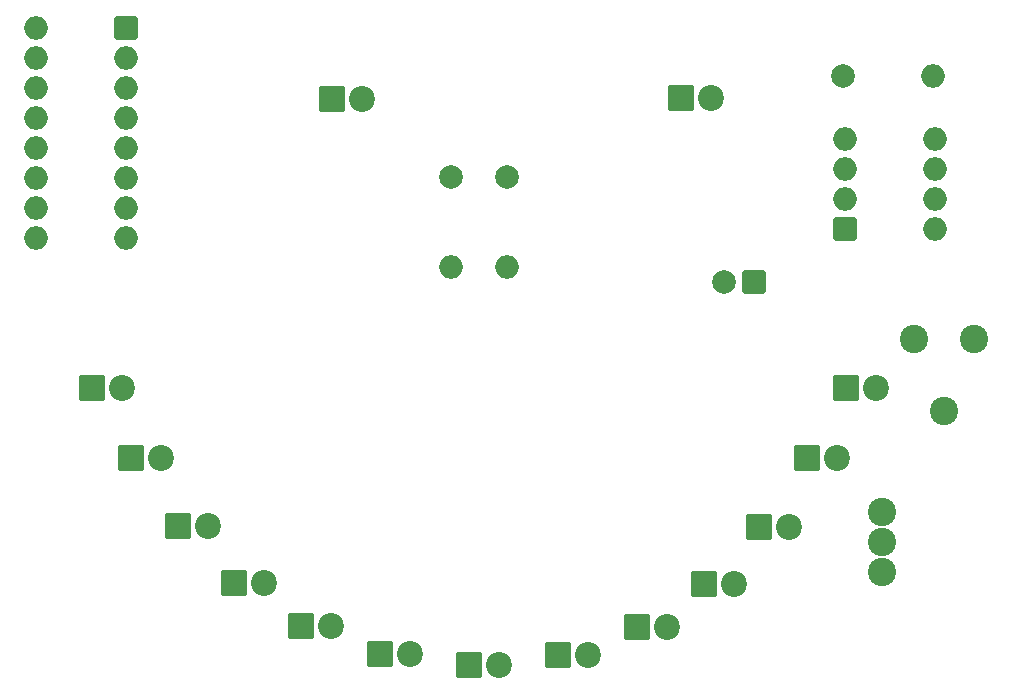
<source format=gbr>
%TF.GenerationSoftware,KiCad,Pcbnew,7.0.8*%
%TF.CreationDate,2024-08-08T21:43:19+02:00*%
%TF.ProjectId,Smiley V8,536d696c-6579-4205-9638-2e6b69636164,rev?*%
%TF.SameCoordinates,Original*%
%TF.FileFunction,Soldermask,Top*%
%TF.FilePolarity,Negative*%
%FSLAX46Y46*%
G04 Gerber Fmt 4.6, Leading zero omitted, Abs format (unit mm)*
G04 Created by KiCad (PCBNEW 7.0.8) date 2024-08-08 21:43:19*
%MOMM*%
%LPD*%
G01*
G04 APERTURE LIST*
G04 Aperture macros list*
%AMRoundRect*
0 Rectangle with rounded corners*
0 $1 Rounding radius*
0 $2 $3 $4 $5 $6 $7 $8 $9 X,Y pos of 4 corners*
0 Add a 4 corners polygon primitive as box body*
4,1,4,$2,$3,$4,$5,$6,$7,$8,$9,$2,$3,0*
0 Add four circle primitives for the rounded corners*
1,1,$1+$1,$2,$3*
1,1,$1+$1,$4,$5*
1,1,$1+$1,$6,$7*
1,1,$1+$1,$8,$9*
0 Add four rect primitives between the rounded corners*
20,1,$1+$1,$2,$3,$4,$5,0*
20,1,$1+$1,$4,$5,$6,$7,0*
20,1,$1+$1,$6,$7,$8,$9,0*
20,1,$1+$1,$8,$9,$2,$3,0*%
G04 Aperture macros list end*
%ADD10RoundRect,0.200000X-0.900000X-0.900000X0.900000X-0.900000X0.900000X0.900000X-0.900000X0.900000X0*%
%ADD11C,2.200000*%
%ADD12RoundRect,0.200000X0.800000X0.800000X-0.800000X0.800000X-0.800000X-0.800000X0.800000X-0.800000X0*%
%ADD13C,2.000000*%
%ADD14RoundRect,0.200000X-0.800000X-0.800000X0.800000X-0.800000X0.800000X0.800000X-0.800000X0.800000X0*%
%ADD15O,2.000000X2.000000*%
%ADD16C,2.400000*%
G04 APERTURE END LIST*
D10*
%TO.C,D3*%
X63600000Y-123400000D03*
D11*
X66140000Y-123400000D03*
%TD*%
D10*
%TO.C,D4*%
X57950000Y-119750000D03*
D11*
X60490000Y-119750000D03*
%TD*%
D10*
%TO.C,D5*%
X53175000Y-114925000D03*
D11*
X55715000Y-114925000D03*
%TD*%
D10*
%TO.C,D33*%
X92000000Y-123450000D03*
D11*
X94540000Y-123450000D03*
%TD*%
D10*
%TO.C,D55*%
X102400000Y-114975000D03*
D11*
X104940000Y-114975000D03*
%TD*%
D10*
%TO.C,D77*%
X109750000Y-103250000D03*
D11*
X112290000Y-103250000D03*
%TD*%
D10*
%TO.C,D66*%
X106475000Y-109125000D03*
D11*
X109015000Y-109125000D03*
%TD*%
D10*
%TO.C,D6*%
X49175000Y-109100000D03*
D11*
X51715000Y-109100000D03*
%TD*%
D10*
%TO.C,D22*%
X85375000Y-125775000D03*
D11*
X87915000Y-125775000D03*
%TD*%
D10*
%TO.C,D7*%
X45925000Y-103200000D03*
D11*
X48465000Y-103200000D03*
%TD*%
D10*
%TO.C,D8*%
X66200000Y-78725000D03*
D11*
X68740000Y-78725000D03*
%TD*%
D10*
%TO.C,D2*%
X70265000Y-125750000D03*
D11*
X72805000Y-125750000D03*
%TD*%
D10*
%TO.C,D88*%
X95725000Y-78675000D03*
D11*
X98265000Y-78675000D03*
%TD*%
D10*
%TO.C,D1*%
X77850000Y-126700000D03*
D11*
X80390000Y-126700000D03*
%TD*%
D10*
%TO.C,D44*%
X97675000Y-119800000D03*
D11*
X100215000Y-119800000D03*
%TD*%
D12*
%TO.C,C1*%
X101950000Y-94200000D03*
D13*
X99450000Y-94200000D03*
%TD*%
D14*
%TO.C,U3*%
X109650000Y-89775000D03*
D15*
X109650000Y-87235000D03*
X109650000Y-84695000D03*
X109650000Y-82155000D03*
X117270000Y-82155000D03*
X117270000Y-84695000D03*
X117270000Y-87235000D03*
X117270000Y-89775000D03*
%TD*%
D16*
%TO.C,S1*%
X112825000Y-113700000D03*
X112825000Y-116240000D03*
X112825000Y-118780000D03*
%TD*%
D13*
%TO.C,R1*%
X109455000Y-76825000D03*
D15*
X117075000Y-76825000D03*
%TD*%
D16*
%TO.C,R2*%
X120555000Y-99025000D03*
X115475000Y-99025000D03*
X118015000Y-105121000D03*
%TD*%
D13*
%TO.C,R3*%
X76275000Y-85350000D03*
D15*
X76275000Y-92970000D03*
%TD*%
D12*
%TO.C,CD4017*%
X48770000Y-72750000D03*
D15*
X48770000Y-75290000D03*
X48770000Y-77830000D03*
X48770000Y-80370000D03*
X48770000Y-82910000D03*
X48770000Y-85450000D03*
X48770000Y-87990000D03*
X48770000Y-90530000D03*
X41150000Y-90530000D03*
X41150000Y-87990000D03*
X41150000Y-85450000D03*
X41150000Y-82910000D03*
X41150000Y-80370000D03*
X41150000Y-77830000D03*
X41150000Y-75290000D03*
X41150000Y-72750000D03*
%TD*%
D13*
%TO.C,R4*%
X81025000Y-85350000D03*
D15*
X81025000Y-92970000D03*
%TD*%
M02*

</source>
